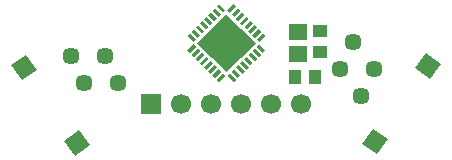
<source format=gbs>
G04 #@! TF.FileFunction,Soldermask,Bot*
%FSLAX46Y46*%
G04 Gerber Fmt 4.6, Leading zero omitted, Abs format (unit mm)*
G04 Created by KiCad (PCBNEW (2015-03-09 BZR 5486)-product) date Mon 09 Mar 2015 02:05:46 PM CET*
%MOMM*%
G01*
G04 APERTURE LIST*
%ADD10C,0.100000*%
%ADD11R,1.700000X1.700000*%
%ADD12C,1.700000*%
%ADD13C,1.450000*%
%ADD14R,1.150000X1.050000*%
%ADD15R,1.548600X1.347940*%
%ADD16R,1.048220X1.149820*%
G04 APERTURE END LIST*
D10*
D11*
X143780000Y-96640000D03*
D12*
X146320000Y-96640000D03*
X148860000Y-96640000D03*
X151400000Y-96640000D03*
X153940000Y-96640000D03*
X156480000Y-96640000D03*
D13*
X137023435Y-92544529D03*
X139863103Y-92572534D03*
X138136897Y-94827466D03*
X140976565Y-94855471D03*
D14*
X158110000Y-90450000D03*
X158110000Y-92250000D03*
D13*
X160903629Y-91431066D03*
X162629834Y-93685997D03*
X159790166Y-93714003D03*
X161516371Y-95968934D03*
D15*
X156190000Y-90540040D03*
X156190000Y-92439960D03*
D10*
G36*
X138578729Y-100121783D02*
X137309043Y-101010827D01*
X136419999Y-99741141D01*
X137689685Y-98852097D01*
X138578729Y-100121783D01*
X138578729Y-100121783D01*
G37*
G36*
X134104833Y-93732397D02*
X132835147Y-94621441D01*
X131946103Y-93351755D01*
X133215789Y-92462711D01*
X134104833Y-93732397D01*
X134104833Y-93732397D01*
G37*
G36*
X162936799Y-100902284D02*
X161667113Y-100013240D01*
X162556157Y-98743554D01*
X163825843Y-99632598D01*
X162936799Y-100902284D01*
X162936799Y-100902284D01*
G37*
G36*
X167410695Y-94512898D02*
X166141009Y-93623854D01*
X167030053Y-92354168D01*
X168299739Y-93243212D01*
X167410695Y-94512898D01*
X167410695Y-94512898D01*
G37*
D16*
X157638360Y-94390000D03*
X155941640Y-94390000D03*
D10*
G36*
X149529017Y-94786400D02*
X149316885Y-94574268D01*
X149847215Y-94043938D01*
X150059347Y-94256070D01*
X149529017Y-94786400D01*
X149529017Y-94786400D01*
G37*
G36*
X149175463Y-94432847D02*
X148963331Y-94220715D01*
X149493661Y-93690385D01*
X149705793Y-93902517D01*
X149175463Y-94432847D01*
X149175463Y-94432847D01*
G37*
G36*
X148821910Y-94079293D02*
X148609778Y-93867161D01*
X149140108Y-93336831D01*
X149352240Y-93548963D01*
X148821910Y-94079293D01*
X148821910Y-94079293D01*
G37*
G36*
X148468356Y-93725740D02*
X148256224Y-93513608D01*
X148786554Y-92983278D01*
X148998686Y-93195410D01*
X148468356Y-93725740D01*
X148468356Y-93725740D01*
G37*
G36*
X148114803Y-93372187D02*
X147902671Y-93160055D01*
X148433001Y-92629725D01*
X148645133Y-92841857D01*
X148114803Y-93372187D01*
X148114803Y-93372187D01*
G37*
G36*
X147761250Y-93018633D02*
X147549118Y-92806501D01*
X148079448Y-92276171D01*
X148291580Y-92488303D01*
X147761250Y-93018633D01*
X147761250Y-93018633D01*
G37*
G36*
X147407696Y-92665080D02*
X147195564Y-92452948D01*
X147725894Y-91922618D01*
X147938026Y-92134750D01*
X147407696Y-92665080D01*
X147407696Y-92665080D01*
G37*
G36*
X147054143Y-92311526D02*
X146842011Y-92099394D01*
X147372341Y-91569064D01*
X147584473Y-91781196D01*
X147054143Y-92311526D01*
X147054143Y-92311526D01*
G37*
G36*
X146842011Y-90861958D02*
X147054143Y-90649826D01*
X147584473Y-91180156D01*
X147372341Y-91392288D01*
X146842011Y-90861958D01*
X146842011Y-90861958D01*
G37*
G36*
X147195564Y-90508404D02*
X147407696Y-90296272D01*
X147938026Y-90826602D01*
X147725894Y-91038734D01*
X147195564Y-90508404D01*
X147195564Y-90508404D01*
G37*
G36*
X147549118Y-90154851D02*
X147761250Y-89942719D01*
X148291580Y-90473049D01*
X148079448Y-90685181D01*
X147549118Y-90154851D01*
X147549118Y-90154851D01*
G37*
G36*
X147902671Y-89801297D02*
X148114803Y-89589165D01*
X148645133Y-90119495D01*
X148433001Y-90331627D01*
X147902671Y-89801297D01*
X147902671Y-89801297D01*
G37*
G36*
X148256224Y-89447744D02*
X148468356Y-89235612D01*
X148998686Y-89765942D01*
X148786554Y-89978074D01*
X148256224Y-89447744D01*
X148256224Y-89447744D01*
G37*
G36*
X148609778Y-89094191D02*
X148821910Y-88882059D01*
X149352240Y-89412389D01*
X149140108Y-89624521D01*
X148609778Y-89094191D01*
X148609778Y-89094191D01*
G37*
G36*
X148963331Y-88740637D02*
X149175463Y-88528505D01*
X149705793Y-89058835D01*
X149493661Y-89270967D01*
X148963331Y-88740637D01*
X148963331Y-88740637D01*
G37*
G36*
X149316885Y-88387084D02*
X149529017Y-88174952D01*
X150059347Y-88705282D01*
X149847215Y-88917414D01*
X149316885Y-88387084D01*
X149316885Y-88387084D01*
G37*
G36*
X150448255Y-88917414D02*
X150236123Y-88705282D01*
X150766453Y-88174952D01*
X150978585Y-88387084D01*
X150448255Y-88917414D01*
X150448255Y-88917414D01*
G37*
G36*
X150801809Y-89270967D02*
X150589677Y-89058835D01*
X151120007Y-88528505D01*
X151332139Y-88740637D01*
X150801809Y-89270967D01*
X150801809Y-89270967D01*
G37*
G36*
X151155362Y-89624521D02*
X150943230Y-89412389D01*
X151473560Y-88882059D01*
X151685692Y-89094191D01*
X151155362Y-89624521D01*
X151155362Y-89624521D01*
G37*
G36*
X151508916Y-89978074D02*
X151296784Y-89765942D01*
X151827114Y-89235612D01*
X152039246Y-89447744D01*
X151508916Y-89978074D01*
X151508916Y-89978074D01*
G37*
G36*
X151862469Y-90331627D02*
X151650337Y-90119495D01*
X152180667Y-89589165D01*
X152392799Y-89801297D01*
X151862469Y-90331627D01*
X151862469Y-90331627D01*
G37*
G36*
X152216022Y-90685181D02*
X152003890Y-90473049D01*
X152534220Y-89942719D01*
X152746352Y-90154851D01*
X152216022Y-90685181D01*
X152216022Y-90685181D01*
G37*
G36*
X152569576Y-91038734D02*
X152357444Y-90826602D01*
X152887774Y-90296272D01*
X153099906Y-90508404D01*
X152569576Y-91038734D01*
X152569576Y-91038734D01*
G37*
G36*
X152923129Y-91392288D02*
X152710997Y-91180156D01*
X153241327Y-90649826D01*
X153453459Y-90861958D01*
X152923129Y-91392288D01*
X152923129Y-91392288D01*
G37*
G36*
X152710997Y-91781196D02*
X152923129Y-91569064D01*
X153453459Y-92099394D01*
X153241327Y-92311526D01*
X152710997Y-91781196D01*
X152710997Y-91781196D01*
G37*
G36*
X152357444Y-92134750D02*
X152569576Y-91922618D01*
X153099906Y-92452948D01*
X152887774Y-92665080D01*
X152357444Y-92134750D01*
X152357444Y-92134750D01*
G37*
G36*
X152003890Y-92488303D02*
X152216022Y-92276171D01*
X152746352Y-92806501D01*
X152534220Y-93018633D01*
X152003890Y-92488303D01*
X152003890Y-92488303D01*
G37*
G36*
X151650337Y-92841857D02*
X151862469Y-92629725D01*
X152392799Y-93160055D01*
X152180667Y-93372187D01*
X151650337Y-92841857D01*
X151650337Y-92841857D01*
G37*
G36*
X151296784Y-93195410D02*
X151508916Y-92983278D01*
X152039246Y-93513608D01*
X151827114Y-93725740D01*
X151296784Y-93195410D01*
X151296784Y-93195410D01*
G37*
G36*
X150943230Y-93548963D02*
X151155362Y-93336831D01*
X151685692Y-93867161D01*
X151473560Y-94079293D01*
X150943230Y-93548963D01*
X150943230Y-93548963D01*
G37*
G36*
X150589677Y-93902517D02*
X150801809Y-93690385D01*
X151332139Y-94220715D01*
X151120007Y-94432847D01*
X150589677Y-93902517D01*
X150589677Y-93902517D01*
G37*
G36*
X150236123Y-94256070D02*
X150448255Y-94043938D01*
X150978585Y-94574268D01*
X150766453Y-94786400D01*
X150236123Y-94256070D01*
X150236123Y-94256070D01*
G37*
G36*
X150147735Y-91516032D02*
X148892620Y-90260917D01*
X150147735Y-89005802D01*
X151402850Y-90260917D01*
X150147735Y-91516032D01*
X150147735Y-91516032D01*
G37*
G36*
X151367494Y-92735791D02*
X150112379Y-91480676D01*
X151367494Y-90225561D01*
X152622609Y-91480676D01*
X151367494Y-92735791D01*
X151367494Y-92735791D01*
G37*
G36*
X148927976Y-92735791D02*
X147672861Y-91480676D01*
X148927976Y-90225561D01*
X150183091Y-91480676D01*
X148927976Y-92735791D01*
X148927976Y-92735791D01*
G37*
G36*
X150147735Y-93955550D02*
X148892620Y-92700435D01*
X150147735Y-91445320D01*
X151402850Y-92700435D01*
X150147735Y-93955550D01*
X150147735Y-93955550D01*
G37*
M02*

</source>
